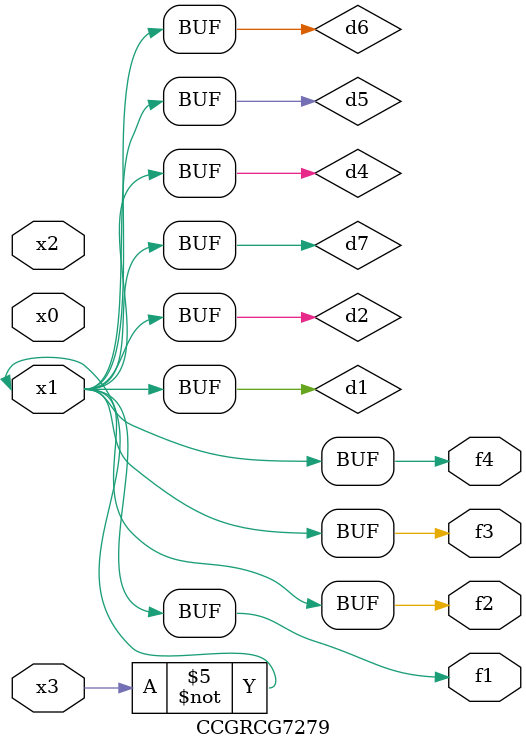
<source format=v>
module CCGRCG7279(
	input x0, x1, x2, x3,
	output f1, f2, f3, f4
);

	wire d1, d2, d3, d4, d5, d6, d7;

	not (d1, x3);
	buf (d2, x1);
	xnor (d3, d1, d2);
	nor (d4, d1);
	buf (d5, d1, d2);
	buf (d6, d4, d5);
	nand (d7, d4);
	assign f1 = d6;
	assign f2 = d7;
	assign f3 = d6;
	assign f4 = d6;
endmodule

</source>
